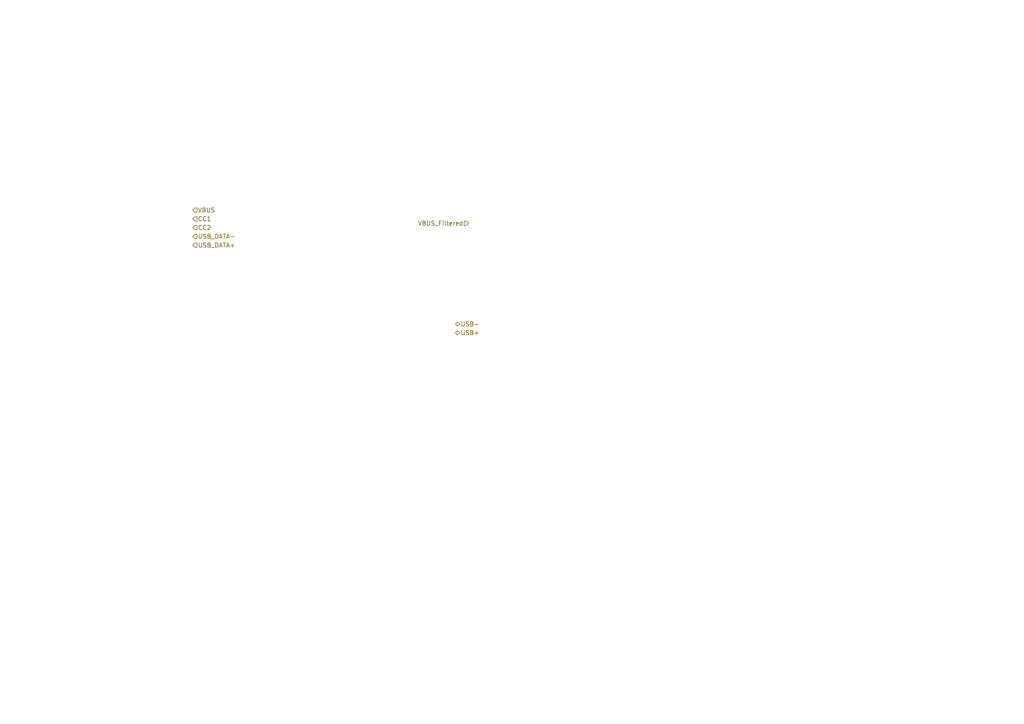
<source format=kicad_sch>
(kicad_sch
	(version 20250114)
	(generator "eeschema")
	(generator_version "9.0")
	(uuid "8a203d27-517c-49c6-b322-4aeafbb06553")
	(paper "A4")
	(lib_symbols)
	(hierarchical_label "USB+"
		(shape bidirectional)
		(at 132.08 96.52 0)
		(effects
			(font
				(size 1.27 1.27)
			)
			(justify left)
		)
		(uuid "10463ea8-b0c7-4a32-813d-e4014d113b92")
	)
	(hierarchical_label "CC1"
		(shape input)
		(at 55.88 63.5 0)
		(effects
			(font
				(size 1.27 1.27)
			)
			(justify left)
		)
		(uuid "148c547b-bdf2-4140-9dae-a6f35f6c189d")
	)
	(hierarchical_label "VBUS"
		(shape input)
		(at 55.88 60.96 0)
		(effects
			(font
				(size 1.27 1.27)
			)
			(justify left)
		)
		(uuid "48014a5d-9531-49bd-876a-36e31564d5d4")
	)
	(hierarchical_label "USB_DATA-"
		(shape input)
		(at 55.88 68.58 0)
		(effects
			(font
				(size 1.27 1.27)
			)
			(justify left)
		)
		(uuid "4a34455f-e2db-469d-a781-0b7ca0d040f5")
	)
	(hierarchical_label "CC2"
		(shape input)
		(at 55.88 66.04 0)
		(effects
			(font
				(size 1.27 1.27)
			)
			(justify left)
		)
		(uuid "5b52b1fd-795d-48f7-b8cd-01ba258cfbac")
	)
	(hierarchical_label "USB_DATA+"
		(shape input)
		(at 55.88 71.12 0)
		(effects
			(font
				(size 1.27 1.27)
			)
			(justify left)
		)
		(uuid "75f86555-9b4a-4e18-87fb-80093738044c")
	)
	(hierarchical_label "USB-"
		(shape bidirectional)
		(at 132.08 93.98 0)
		(effects
			(font
				(size 1.27 1.27)
			)
			(justify left)
		)
		(uuid "82b2902d-1215-43ba-a332-72719e4f330a")
	)
	(hierarchical_label "VBUS_Filtered"
		(shape input)
		(at 135.89 64.77 180)
		(effects
			(font
				(size 1.27 1.27)
			)
			(justify right)
		)
		(uuid "e45e9503-1b68-463d-b550-180553f2e69a")
	)
)

</source>
